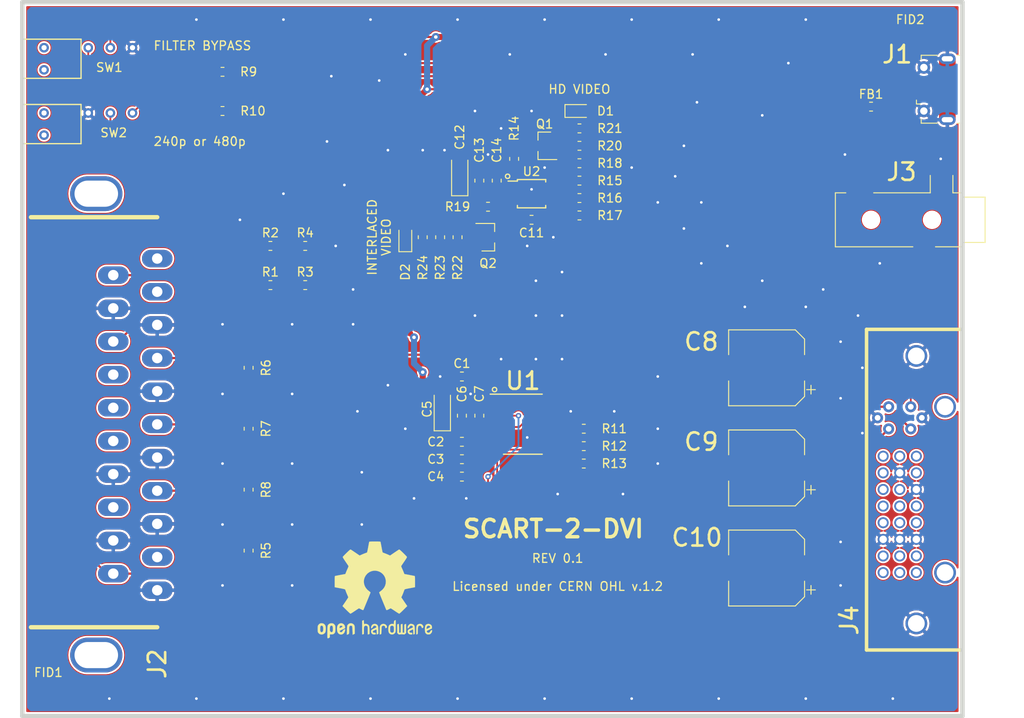
<source format=kicad_pcb>
(kicad_pcb (version 20171130) (host pcbnew "(5.1.0)-1")
  (title_block (date 2019-03-19) (rev 0.1))
  (layers (0 F.Cu signal) (31 B.Cu signal) (35 F.Paste user) (37 F.SilkS user) (39 F.Mask user) (44 Edge.Cuts user))
  (net 0 "")
  (net 1 "Net-(C10-Pad2)")
  (net 2 /VIDEO_AMP/SF3_OUT)
  (net 3 GND)
  (net 4 /SYNC_STRIP/REXT)
  (net 5 /SCART_GREEN)
  (net 6 /SCART_CVID)
  (net 7 /SCART_BLUE)
  (net 8 /SCART_RED)
  (net 9 +5V)
  (net 10 /VIDEO_AMP/SF2_IN)
  (net 11 /VIDEO_AMP/SF3_IN)
  (net 12 "Net-(C8-Pad2)")
  (net 13 /VIDEO_AMP/SF1_OUT)
  (net 14 /VIDEO_AMP/SF2_OUT)
  (net 15 "Net-(C9-Pad2)")
  (net 16 /DVI_CSYNC)
  (net 17 /SYNC_STRIP/CSOUT)
  (net 18 /SYNC_STRIP/VSOUT)
  (net 19 /SYNC_STRIP/HSOUT)
  (net 20 /SYNC_STRIP/OEOUT)
  (net 21 "Net-(Q1-Pad1)")
  (net 22 "Net-(Q2-Pad1)")
  (net 23 /SYNC_STRIP/HD)
  (net 24 "Net-(D1-Pad2)")
  (net 25 "Net-(D2-Pad1)")
  (net 26 "Net-(D2-Pad2)")
  (net 27 "Net-(D1-Pad1)")
  (net 28 /HD_FLAG)
  (net 29 /VIDEO_AMP/SD1_IN)
  (net 30 /VIDEO_AMP/FILTER2)
  (net 31 /VIDEO_AMP/SF1_IN)
  (net 32 /VIDEO_AMP/BYPASS)
  (net 33 "Net-(U1-Pad15)")
  (net 34 "Net-(U1-Pad17)")
  (net 35 "Net-(U1-Pad18)")
  (net 36 "Net-(U1-Pad19)")
  (net 37 /COMPOSITE_VIDEO)
  (net 38 /SYNC_STRIP/VIN)
  (net 39 "Net-(J4-Pad4)")
  (net 40 "Net-(J4-Pad9)")
  (net 41 "Net-(J4-Pad12)")
  (net 42 /DVI_BLUE)
  (net 43 /DVI_RED)
  (net 44 /DVI_GREEN)
  (net 45 "Net-(J1-Pad3)")
  (net 46 /SCART_AUDIO_R)
  (net 47 /SCART_AUDIO_L)
  (net 48 "Net-(J4-Pad1)")
  (net 49 "Net-(J4-Pad2)")
  (net 50 "Net-(J4-Pad5)")
  (net 51 "Net-(J4-Pad6)")
  (net 52 "Net-(J4-Pad7)")
  (net 53 "Net-(J4-Pad10)")
  (net 54 "Net-(J4-Pad13)")
  (net 55 "Net-(J4-Pad14)")
  (net 56 "Net-(J4-Pad16)")
  (net 57 "Net-(J4-Pad17)")
  (net 58 "Net-(J4-Pad18)")
  (net 59 "Net-(J4-Pad20)")
  (net 60 "Net-(J4-Pad21)")
  (net 61 "Net-(J4-Pad23)")
  (net 62 "Net-(J4-Pad24)")
  (net 63 /SYNC_STRIP/VSYNC)
  (net 64 /AUDIO_L_OUT)
  (net 65 /AUDIO_R_OUT)
  (net 66 /SYNC_STRIP/HSYNC)
  (net 67 "Net-(U2-Pad9)")
  (net 68 /VBUS)
  (net 69 "Net-(J4-Pad8)")
  (net 70 "Net-(R9-Pad2)")
  (net 71 "Net-(R10-Pad2)")
  (net 72 "Net-(R20-Pad2)")
  (net 73 "Net-(R23-Pad2)")
  (net 74 "Net-(J1-Pad4)")
  (net 75 "Net-(J1-Pad2)")
  (net 76 "Net-(J2-Pad1)")
  (net 77 "Net-(J2-Pad3)")
  (net 78 "Net-(J2-Pad8)")
  (net 79 "Net-(J2-Pad10)")
  (net 80 "Net-(J2-Pad12)")
  (net 81 "Net-(J2-Pad16)")
  (net 82 "Net-(J2-Pad19)")
  (module Symbol:OSHW-Logo2_14.6x12mm_SilkScreen (layer F.Cu) (at 140.5 125.5)
    (fp_text reference LOGO1 hide)
    (fp_text value Logo_Open_Hardware_Small hide)
  )
  (module Fiducial:Fiducial_1mm_Mask2mm (layer F.Cu) (at 205 61)
    (fp_text reference FID2 (at -3 -1) (layer F.SilkS))
    (fp_text value Fiducial)
    (pad "" smd circle (at 0 0) (size 1 1) (layers F.Cu F.Mask) (clearance 0.5))
  )
  (module Fiducial:Fiducial_1mm_Mask2mm (layer F.Cu) (at 103 137)
    (fp_text reference FID1 (at 0 -2) (layer F.SilkS))
    (fp_text value Fiducial)
    (pad "" smd circle (at 0 0) (size 1 1) (layers F.Cu F.Mask) (clearance 0.5))
  )
  (module Capacitor_Tantalum_SMD:CP_EIA-3216-18_Kemet-A_Pad1.58x1.35mm_HandSolder (layer F.Cu) (at 150.25 77.75 90)
    (fp_text reference C12 (at 4.25 0 90) (layer F.SilkS))
    (fp_text value 10uF)
    (pad 2 smd roundrect (at 1.4375 0 90) (size 1.575 1.35) (layers F.Cu F.Paste F.Mask) (roundrect_rratio 0.185185) (net 3 GND))
    (pad 1 smd roundrect (at -1.4375 0 90) (size 1.575 1.35) (layers F.Cu F.Paste F.Mask) (roundrect_rratio 0.185185) (net 9 +5V))
  )
  (module Capacitor_Tantalum_SMD:CP_EIA-3216-18_Kemet-A_Pad1.58x1.35mm_HandSolder (layer F.Cu) (at 148.25 104.75 90)
    (fp_text reference C5 (at 0 -1.75 90) (layer F.SilkS))
    (fp_text value 10uF)
    (pad 2 smd roundrect (at 1.4375 0 90) (size 1.575 1.35) (layers F.Cu F.Paste F.Mask) (roundrect_rratio 0.185185) (net 3 GND))
    (pad 1 smd roundrect (at -1.4375 0 90) (size 1.575 1.35) (layers F.Cu F.Paste F.Mask) (roundrect_rratio 0.185185) (net 9 +5V))
  )
  (module 100:SW_NKK_GW12RCV (layer F.Cu) (at 102.5 72 270)
    (fp_text reference SW2 (at 1 -8) (layer F.SilkS))
    (fp_text value SW_SPDT)
    (pad S1 thru_hole circle (at 1.27 0 270) (size 1.1 1.1) (drill 0.6) (layers *.Cu *.Mask))
    (pad S2 thru_hole circle (at -1.27 0 270) (size 1.1 1.1) (drill 0.6) (layers *.Cu *.Mask))
    (pad 1 thru_hole circle (at -1.27 -10.16 270) (size 1.1 1.1) (drill 0.6) (layers *.Cu *.Mask) (net 71 "Net-(R10-Pad2)"))
    (pad 2 thru_hole circle (at -1.27 -7.62 270) (size 1.1 1.1) (drill 0.6) (layers *.Cu *.Mask) (net 30 /VIDEO_AMP/FILTER2))
    (pad 3 thru_hole circle (at -1.27 -5.08 270) (size 1.1 1.1) (drill 0.6) (layers *.Cu *.Mask) (net 3 GND))
  )
  (module 100:SW_NKK_GW12RCV (layer F.Cu) (at 102.5 64.5 270)
    (fp_text reference SW1 (at 1 -7.5) (layer F.SilkS))
    (fp_text value SW_SPDT)
    (pad S1 thru_hole circle (at 1.27 0 270) (size 1.1 1.1) (drill 0.6) (layers *.Cu *.Mask))
    (pad S2 thru_hole circle (at -1.27 0 270) (size 1.1 1.1) (drill 0.6) (layers *.Cu *.Mask))
    (pad 1 thru_hole circle (at -1.27 -10.16 270) (size 1.1 1.1) (drill 0.6) (layers *.Cu *.Mask) (net 3 GND))
    (pad 2 thru_hole circle (at -1.27 -7.62 270) (size 1.1 1.1) (drill 0.6) (layers *.Cu *.Mask) (net 32 /VIDEO_AMP/BYPASS))
    (pad 3 thru_hole circle (at -1.27 -5.08 270) (size 1.1 1.1) (drill 0.6) (layers *.Cu *.Mask) (net 70 "Net-(R9-Pad2)"))
  )
  (module Connector_Audio:Jack_3.5mm_CUI_SJ-3523-SMT_Horizontal (layer F.Cu) (at 202 83 270)
    (fp_text reference J3 (at -5.5 1) (layer F.SilkS) (effects (font (size 2 2) (thickness 0.3))))
    (fp_text value SJ-3523-SMT-TR)
    (pad "" np_thru_hole circle (at 0 4.5 270) (size 1.7 1.7) (drill 1.7) (layers *.Cu *.Mask))
    (pad "" np_thru_hole circle (at 0 -2.5 270) (size 1.7 1.7) (drill 1.7) (layers *.Cu *.Mask))
    (pad T smd rect (at -3.7 5.8 270) (size 2.8 2.8) (layers F.Cu F.Paste F.Mask) (net 64 /AUDIO_L_OUT))
    (pad S smd rect (at -3.7 -3.6 270) (size 2.8 2.2) (layers F.Cu F.Paste F.Mask) (net 3 GND))
    (pad R smd rect (at 3.7 -1.6 270) (size 2.8 2.2) (layers F.Cu F.Paste F.Mask) (net 65 /AUDIO_R_OUT))
  )
  (module Connector_USB:USB_Micro-B_Molex-105017-0001 (layer F.Cu) (at 205.025 68 90)
    (fp_text reference J1 (at 4 -4.525 180) (layer F.SilkS) (effects (font (size 2 2) (thickness 0.3))))
    (fp_text value "Micro USB")
    (pad 6 smd rect (at -2.9 1.2375 90) (size 1.2 1.9) (layers F.Cu F.Mask) (net 3 GND))
    (pad 6 smd rect (at 2.9 1.2375 90) (size 1.2 1.9) (layers F.Cu F.Mask) (net 3 GND))
    (pad 6 thru_hole oval (at 3.5 1.2375 90) (size 1.2 1.9) (drill oval 0.6 1.3) (layers *.Cu *.Mask) (net 3 GND))
    (pad 6 thru_hole oval (at -3.5 1.2375 270) (size 1.2 1.9) (drill oval 0.6 1.3) (layers *.Cu *.Mask) (net 3 GND))
    (pad 6 smd rect (at -1 1.2375 90) (size 1.5 1.9) (layers F.Cu F.Paste F.Mask) (net 3 GND))
    (pad 6 thru_hole circle (at 2.5 -1.4625 90) (size 1.45 1.45) (drill 0.85) (layers *.Cu *.Mask) (net 3 GND))
    (pad 3 smd rect (at 0 -1.4625 90) (size 0.4 1.35) (layers F.Cu F.Paste F.Mask) (net 45 "Net-(J1-Pad3)"))
    (pad 4 smd rect (at 0.65 -1.4625 90) (size 0.4 1.35) (layers F.Cu F.Paste F.Mask) (net 74 "Net-(J1-Pad4)"))
    (pad 5 smd rect (at 1.3 -1.4625 90) (size 0.4 1.35) (layers F.Cu F.Paste F.Mask) (net 3 GND))
    (pad 1 smd rect (at -1.3 -1.4625 90) (size 0.4 1.35) (layers F.Cu F.Paste F.Mask) (net 68 /VBUS))
    (pad 2 smd rect (at -0.65 -1.4625 90) (size 0.4 1.35) (layers F.Cu F.Paste F.Mask) (net 75 "Net-(J1-Pad2)"))
    (pad 6 thru_hole circle (at -2.5 -1.4625 90) (size 1.45 1.45) (drill 0.85) (layers *.Cu *.Mask) (net 3 GND))
    (pad 6 smd rect (at 1 1.2375 90) (size 1.5 1.9) (layers F.Cu F.Paste F.Mask) (net 3 GND))
  )
  (module 100:SCART-CS-107 (layer F.Cu) (at 100 106.5 90)
    (fp_text reference J2 (at -27.5 15.5 90) (layer F.SilkS) (effects (font (size 2 2) (thickness 0.3))))
    (fp_text value SCART-F)
    (pad 1 thru_hole oval (at 19.05 15.5 270) (size 2 3.5) (drill 1.2) (layers *.Cu *.Mask) (net 76 "Net-(J2-Pad1)"))
    (pad 2 thru_hole oval (at 17.145 10.45 270) (size 2 3.5) (drill 1.2) (layers *.Cu *.Mask) (net 46 /SCART_AUDIO_R))
    (pad 3 thru_hole oval (at 15.24 15.5 270) (size 2 3.5) (drill 1.2) (layers *.Cu *.Mask) (net 77 "Net-(J2-Pad3)"))
    (pad 4 thru_hole oval (at 13.335 10.45 270) (size 2 3.5) (drill 1.2) (layers *.Cu *.Mask) (net 3 GND))
    (pad 5 thru_hole oval (at 11.43 15.5 270) (size 2 3.5) (drill 1.2) (layers *.Cu *.Mask) (net 3 GND))
    (pad 6 thru_hole oval (at 9.525 10.45 270) (size 2 3.5) (drill 1.2) (layers *.Cu *.Mask) (net 47 /SCART_AUDIO_L))
    (pad 7 thru_hole oval (at 7.62 15.5 270) (size 2 3.5) (drill 1.2) (layers *.Cu *.Mask) (net 7 /SCART_BLUE))
    (pad 8 thru_hole oval (at 5.715 10.45 270) (size 2 3.5) (drill 1.2) (layers *.Cu *.Mask) (net 78 "Net-(J2-Pad8)"))
    (pad 9 thru_hole oval (at 3.81 15.5 270) (size 2 3.5) (drill 1.2) (layers *.Cu *.Mask) (net 3 GND))
    (pad 10 thru_hole oval (at 1.905 10.45 270) (size 2 3.5) (drill 1.2) (layers *.Cu *.Mask) (net 79 "Net-(J2-Pad10)"))
    (pad 11 thru_hole oval (at 0 15.5 270) (size 2 3.5) (drill 1.2) (layers *.Cu *.Mask) (net 5 /SCART_GREEN))
    (pad 12 thru_hole oval (at -1.905 10.45 270) (size 2 3.5) (drill 1.2) (layers *.Cu *.Mask) (net 80 "Net-(J2-Pad12)"))
    (pad 13 thru_hole oval (at -3.81 15.5 270) (size 2 3.5) (drill 1.2) (layers *.Cu *.Mask) (net 3 GND))
    (pad 14 thru_hole oval (at -5.715 10.45 270) (size 2 3.5) (drill 1.2) (layers *.Cu *.Mask) (net 3 GND))
    (pad 15 thru_hole oval (at -7.62 15.5 270) (size 2 3.5) (drill 1.2) (layers *.Cu *.Mask) (net 8 /SCART_RED))
    (pad 16 thru_hole oval (at -9.525 10.45 270) (size 2 3.5) (drill 1.2) (layers *.Cu *.Mask) (net 81 "Net-(J2-Pad16)"))
    (pad 17 thru_hole oval (at -11.43 15.5 270) (size 2 3.5) (drill 1.2) (layers *.Cu *.Mask) (net 3 GND))
    (pad 18 thru_hole oval (at -13.335 10.45 270) (size 2 3.5) (drill 1.2) (layers *.Cu *.Mask) (net 3 GND))
    (pad 19 thru_hole oval (at -15.24 15.5 270) (size 2 3.5) (drill 1.2) (layers *.Cu *.Mask) (net 82 "Net-(J2-Pad19)"))
    (pad 20 thru_hole oval (at -17.145 10.45 270) (size 2 3.5) (drill 1.2) (layers *.Cu *.Mask) (net 6 /SCART_CVID))
    (pad 21 thru_hole oval (at -19.05 15.5 270) (size 2 3.5) (drill 1.2) (layers *.Cu *.Mask) (net 3 GND))
    (pad "" np_thru_hole oval (at 26.5 8.5 90) (size 4 6) (drill oval 3 5) (layers *.Cu *.Mask))
    (pad "" np_thru_hole oval (at -26.5 8.5 90) (size 4 6) (drill oval 3 5) (layers *.Cu *.Mask))
  )
  (module Resistor_SMD:R_0603_1608Metric_Pad1.05x0.95mm_HandSolder (layer F.Cu) (at 146 85 90)
    (fp_text reference R24 (at -3.5 0 90) (layer F.SilkS))
    (fp_text value 75R)
    (pad 2 smd roundrect (at 0.875 0 90) (size 1.05 0.95) (layers F.Cu F.Paste F.Mask) (net 26 "Net-(D2-Pad2)"))
    (pad 1 smd roundrect (at -0.875 0 90) (size 1.05 0.95) (layers F.Cu F.Paste F.Mask) (net 73 "Net-(R23-Pad2)"))
  )
  (module Resistor_SMD:R_0603_1608Metric_Pad1.05x0.95mm_HandSolder (layer F.Cu) (at 148 85 270)
    (fp_text reference R23 (at 3.5 0 270) (layer F.SilkS))
    (fp_text value 75R)
    (pad 1 smd roundrect (at -0.875 0 270) (size 1.05 0.95) (layers F.Cu F.Paste F.Mask) (net 9 +5V))
    (pad 2 smd roundrect (at 0.875 0 270) (size 1.05 0.95) (layers F.Cu F.Paste F.Mask) (net 73 "Net-(R23-Pad2)"))
  )
  (module 100:Connector-DVI-0743201004 (layer F.Cu) (at 206 114 90)
    (fp_text reference J4 (at -15 -11 90) (layer F.SilkS) (effects (font (size 2 2) (thickness 0.3))))
    (fp_text value 0743201004)
    (pad "" np_thru_hole circle (at -9.525 0 90) (size 2.5 2.5) (drill 1.93) (layers *.Cu *.Mask))
    (pad "" np_thru_hole circle (at 9.525 0 90) (size 2.5 2.5) (drill 1.93) (layers *.Cu *.Mask))
    (pad S1 thru_hole circle (at -15.365 -3.3 90) (size 2.5 2.5) (drill 1.93) (layers *.Cu *.Mask) (net 3 GND))
    (pad S2 thru_hole circle (at 15.365 -3.3 90) (size 2.5 2.5) (drill 1.93) (layers *.Cu *.Mask) (net 3 GND))
    (pad 1 thru_hole circle (at -9.525 -7.11 90) (size 1.26 1.26) (drill 0.86) (layers *.Cu *.Mask) (net 48 "Net-(J4-Pad1)"))
    (pad 2 thru_hole circle (at -7.615 -7.11 90) (size 1.26 1.26) (drill 0.86) (layers *.Cu *.Mask) (net 49 "Net-(J4-Pad2)"))
    (pad 3 thru_hole circle (at -5.705 -7.11 90) (size 1.26 1.26) (drill 0.86) (layers *.Cu *.Mask) (net 3 GND))
    (pad 4 thru_hole circle (at -3.795 -7.11 90) (size 1.26 1.26) (drill 0.86) (layers *.Cu *.Mask) (net 39 "Net-(J4-Pad4)"))
    (pad 5 thru_hole circle (at -1.885 -7.11 90) (size 1.26 1.26) (drill 0.86) (layers *.Cu *.Mask) (net 50 "Net-(J4-Pad5)"))
    (pad 6 thru_hole circle (at 0.025 -7.11 90) (size 1.26 1.26) (drill 0.86) (layers *.Cu *.Mask) (net 51 "Net-(J4-Pad6)"))
    (pad 7 thru_hole circle (at 1.935 -7.11 90) (size 1.26 1.26) (drill 0.86) (layers *.Cu *.Mask) (net 52 "Net-(J4-Pad7)"))
    (pad 8 thru_hole circle (at 3.845 -7.11 90) (size 1.26 1.26) (drill 0.86) (layers *.Cu *.Mask) (net 69 "Net-(J4-Pad8)"))
    (pad 9 thru_hole circle (at -9.525 -5.205 90) (size 1.26 1.26) (drill 0.86) (layers *.Cu *.Mask) (net 40 "Net-(J4-Pad9)"))
    (pad 10 thru_hole circle (at -7.615 -5.205 90) (size 1.26 1.26) (drill 0.86) (layers *.Cu *.Mask) (net 53 "Net-(J4-Pad10)"))
    (pad 11 thru_hole circle (at -5.705 -5.205 90) (size 1.26 1.26) (drill 0.86) (layers *.Cu *.Mask) (net 3 GND))
    (pad 12 thru_hole circle (at -3.795 -5.205 90) (size 1.26 1.26) (drill 0.86) (layers *.Cu *.Mask) (net 41 "Net-(J4-Pad12)"))
    (pad 13 thru_hole circle (at -1.885 -5.205 90) (size 1.26 1.26) (drill 0.86) (layers *.Cu *.Mask) (net 54 "Net-(J4-Pad13)"))
    (pad 14 thru_hole circle (at 0.025 -5.205 90) (size 1.26 1.26) (drill 0.86) (layers *.Cu *.Mask) (net 55 "Net-(J4-Pad14)"))
    (pad 15 thru_hole circle (at 1.935 -5.205 90) (size 1.26 1.26) (drill 0.86) (layers *.Cu *.Mask) (net 3 GND))
    (pad 16 thru_hole circle (at 3.845 -5.205 90) (size 1.26 1.26) (drill 0.86) (layers *.Cu *.Mask) (net 56 "Net-(J4-Pad16)"))
    (pad 17 thru_hole circle (at -9.525 -3.3 90) (size 1.26 1.26) (drill 0.86) (layers *.Cu *.Mask) (net 57 "Net-(J4-Pad17)"))
    (pad 18 thru_hole circle (at -7.615 -3.3 90) (size 1.26 1.26) (drill 0.86) (layers *.Cu *.Mask) (net 58 "Net-(J4-Pad18)"))
    (pad 19 thru_hole circle (at -5.705 -3.3 90) (size 1.26 1.26) (drill 0.86) (layers *.Cu *.Mask) (net 3 GND))
    (pad 20 thru_hole circle (at -3.795 -3.3 90) (size 1.26 1.26) (drill 0.86) (layers *.Cu *.Mask) (net 59 "Net-(J4-Pad20)"))
    (pad 21 thru_hole circle (at -1.885 -3.3 90) (size 1.26 1.26) (drill 0.86) (layers *.Cu *.Mask) (net 60 "Net-(J4-Pad21)"))
    (pad 22 thru_hole circle (at 0.025 -3.3 90) (size 1.26 1.26) (drill 0.86) (layers *.Cu *.Mask) (net 3 GND))
    (pad 23 thru_hole circle (at 1.935 -3.3 90) (size 1.26 1.26) (drill 0.86) (layers *.Cu *.Mask) (net 61 "Net-(J4-Pad23)"))
    (pad 24 thru_hole circle (at 3.845 -3.3 90) (size 1.26 1.26) (drill 0.86) (layers *.Cu *.Mask) (net 62 "Net-(J4-Pad24)"))
    (pad C5 thru_hole circle (at 8.255 -2.67 90) (size 1.26 1.26) (drill 0.66) (layers *.Cu *.Mask) (net 3 GND))
    (pad C4 thru_hole circle (at 9.525 -3.94 90) (size 1.26 1.26) (drill 0.66) (layers *.Cu *.Mask) (net 16 /DVI_CSYNC))
    (pad C3 thru_hole circle (at 6.985 -3.94 90) (size 1.26 1.26) (drill 0.66) (layers *.Cu *.Mask) (net 42 /DVI_BLUE))
    (pad C5 thru_hole circle (at 8.255 -7.75 90) (size 1.26 1.26) (drill 0.66) (layers *.Cu *.Mask) (net 3 GND))
    (pad C1 thru_hole circle (at 6.985 -6.48 90) (size 1.26 1.26) (drill 0.66) (layers *.Cu *.Mask) (net 43 /DVI_RED))
    (pad C2 thru_hole circle (at 9.525 -6.48 90) (size 1.26 1.26) (drill 0.66) (layers *.Cu *.Mask) (net 44 /DVI_GREEN))
  )
  (module Capacitor_SMD:CP_Elec_8x10.5 (layer F.Cu) (at 185.5 111.5 180)
    (fp_text reference C9 (at 7.5 3 180) (layer F.SilkS) (effects (font (size 2 2) (thickness 0.3))))
    (fp_text value 470uF)
    (pad 1 smd roundrect (at -3.7 0 180) (size 4.4 2.5) (layers F.Cu F.Paste F.Mask) (roundrect_rratio 0.1) (net 44 /DVI_GREEN))
    (pad 2 smd roundrect (at 3.7 0 180) (size 4.4 2.5) (layers F.Cu F.Paste F.Mask) (roundrect_rratio 0.1) (net 15 "Net-(C9-Pad2)"))
  )
  (module Capacitor_SMD:CP_Elec_8x10.5 (layer F.Cu) (at 185.5 100 180)
    (fp_text reference C8 (at 7.5 3 180) (layer F.SilkS) (effects (font (size 2 2) (thickness 0.3))))
    (fp_text value 470uF)
    (pad 2 smd roundrect (at 3.7 0 180) (size 4.4 2.5) (layers F.Cu F.Paste F.Mask) (roundrect_rratio 0.1) (net 12 "Net-(C8-Pad2)"))
    (pad 1 smd roundrect (at -3.7 0 180) (size 4.4 2.5) (layers F.Cu F.Paste F.Mask) (roundrect_rratio 0.1) (net 42 /DVI_BLUE))
  )
  (module Capacitor_SMD:CP_Elec_8x10.5 (layer F.Cu) (at 185.5 123 180)
    (fp_text reference C10 (at 8 3.5 180) (layer F.SilkS) (effects (font (size 2 2) (thickness 0.3))))
    (fp_text value 470uF)
    (pad 1 smd roundrect (at -3.7 0 180) (size 4.4 2.5) (layers F.Cu F.Paste F.Mask) (roundrect_rratio 0.1) (net 43 /DVI_RED))
    (pad 2 smd roundrect (at 3.7 0 180) (size 4.4 2.5) (layers F.Cu F.Paste F.Mask) (roundrect_rratio 0.1) (net 1 "Net-(C10-Pad2)"))
  )
  (module Capacitor_SMD:C_0603_1608Metric_Pad1.05x0.95mm_HandSolder (layer F.Cu) (at 158.5 83)
    (fp_text reference C11 (at 0 1.5) (layer F.SilkS))
    (fp_text value 100nF)
    (pad 2 smd roundrect (at 0.875 0) (size 1.05 0.95) (layers F.Cu F.Paste F.Mask) (net 37 /COMPOSITE_VIDEO))
    (pad 1 smd roundrect (at -0.875 0) (size 1.05 0.95) (layers F.Cu F.Paste F.Mask) (net 38 /SYNC_STRIP/VIN))
  )
  (module Capacitor_SMD:C_0603_1608Metric_Pad1.05x0.95mm_HandSolder (layer F.Cu) (at 152.5 78.5 90)
    (fp_text reference C13 (at 3.5 0 90) (layer F.SilkS))
    (fp_text value 100nF)
    (pad 1 smd roundrect (at -0.875 0 90) (size 1.05 0.95) (layers F.Cu F.Paste F.Mask) (net 9 +5V))
    (pad 2 smd roundrect (at 0.875 0 90) (size 1.05 0.95) (layers F.Cu F.Paste F.Mask) (net 3 GND))
  )
  (module Resistor_SMD:R_0603_1608Metric_Pad1.05x0.95mm_HandSolder (layer F.Cu) (at 164.5 107 180)
    (fp_text reference R11 (at -3.5 0 180) (layer F.SilkS))
    (fp_text value 100R)
    (pad 1 smd roundrect (at -0.875 0 180) (size 1.05 0.95) (layers F.Cu F.Paste F.Mask) (net 12 "Net-(C8-Pad2)"))
    (pad 2 smd roundrect (at 0.875 0 180) (size 1.05 0.95) (layers F.Cu F.Paste F.Mask) (net 13 /VIDEO_AMP/SF1_OUT))
  )
  (module Resistor_SMD:R_0603_1608Metric_Pad1.05x0.95mm_HandSolder (layer F.Cu) (at 123 66 180)
    (fp_text reference R9 (at -3 0 180) (layer F.SilkS))
    (fp_text value 10K)
    (pad 2 smd roundrect (at 0.875 0 180) (size 1.05 0.95) (layers F.Cu F.Paste F.Mask) (net 70 "Net-(R9-Pad2)"))
    (pad 1 smd roundrect (at -0.875 0 180) (size 1.05 0.95) (layers F.Cu F.Paste F.Mask) (net 9 +5V))
  )
  (module Resistor_SMD:R_0603_1608Metric_Pad1.05x0.95mm_HandSolder (layer F.Cu) (at 123 70.5 180)
    (fp_text reference R10 (at -3.5 0 180) (layer F.SilkS))
    (fp_text value 10K)
    (pad 1 smd roundrect (at -0.875 0 180) (size 1.05 0.95) (layers F.Cu F.Paste F.Mask) (net 9 +5V))
    (pad 2 smd roundrect (at 0.875 0 180) (size 1.05 0.95) (layers F.Cu F.Paste F.Mask) (net 71 "Net-(R10-Pad2)"))
  )
  (module Capacitor_SMD:C_0603_1608Metric_Pad1.05x0.95mm_HandSolder (layer F.Cu) (at 150.5 105.5 90)
    (fp_text reference C6 (at 2.5 0 90) (layer F.SilkS))
    (fp_text value 100nF)
    (pad 2 smd roundrect (at 0.875 0 90) (size 1.05 0.95) (layers F.Cu F.Paste F.Mask) (net 3 GND))
    (pad 1 smd roundrect (at -0.875 0 90) (size 1.05 0.95) (layers F.Cu F.Paste F.Mask) (net 9 +5V))
  )
  (module Capacitor_SMD:C_0603_1608Metric_Pad1.05x0.95mm_HandSolder (layer F.Cu) (at 150.5 101 180)
    (fp_text reference C1 (at 0 1.5 180) (layer F.SilkS))
    (fp_text value 100nF)
    (pad 1 smd roundrect (at -0.875 0 180) (size 1.05 0.95) (layers F.Cu F.Paste F.Mask) (net 29 /VIDEO_AMP/SD1_IN))
    (pad 2 smd roundrect (at 0.875 0 180) (size 1.05 0.95) (layers F.Cu F.Paste F.Mask) (net 6 /SCART_CVID))
  )
  (module Capacitor_SMD:C_0603_1608Metric_Pad1.05x0.95mm_HandSolder (layer F.Cu) (at 152.5 105.5 90)
    (fp_text reference C7 (at 2.5 0 90) (layer F.SilkS))
    (fp_text value 10nF)
    (pad 1 smd roundrect (at -0.875 0 90) (size 1.05 0.95) (layers F.Cu F.Paste F.Mask) (net 9 +5V))
    (pad 2 smd roundrect (at 0.875 0 90) (size 1.05 0.95) (layers F.Cu F.Paste F.Mask) (net 3 GND))
  )
  (module Capacitor_SMD:C_0603_1608Metric_Pad1.05x0.95mm_HandSolder (layer F.Cu) (at 154.5 78.5 90)
    (fp_text reference C14 (at 3.5 0 90) (layer F.SilkS))
    (fp_text value 10nF)
    (pad 1 smd roundrect (at -0.875 0 90) (size 1.05 0.95) (layers F.Cu F.Paste F.Mask) (net 9 +5V))
    (pad 2 smd roundrect (at 0.875 0 90) (size 1.05 0.95) (layers F.Cu F.Paste F.Mask) (net 3 GND))
  )
  (module Capacitor_SMD:C_0603_1608Metric_Pad1.05x0.95mm_HandSolder (layer F.Cu) (at 150.5 112.5 180)
    (fp_text reference C4 (at 3 0 180) (layer F.SilkS))
    (fp_text value 100nF)
    (pad 2 smd roundrect (at 0.875 0 180) (size 1.05 0.95) (layers F.Cu F.Paste F.Mask) (net 8 /SCART_RED))
    (pad 1 smd roundrect (at -0.875 0 180) (size 1.05 0.95) (layers F.Cu F.Paste F.Mask) (net 11 /VIDEO_AMP/SF3_IN))
  )
  (module Capacitor_SMD:C_0603_1608Metric_Pad1.05x0.95mm_HandSolder (layer F.Cu) (at 150.5 110.5 180)
    (fp_text reference C3 (at 3 0 180) (layer F.SilkS))
    (fp_text value 100nF)
    (pad 1 smd roundrect (at -0.875 0 180) (size 1.05 0.95) (layers F.Cu F.Paste F.Mask) (net 10 /VIDEO_AMP/SF2_IN))
    (pad 2 smd roundrect (at 0.875 0 180) (size 1.05 0.95) (layers F.Cu F.Paste F.Mask) (net 5 /SCART_GREEN))
  )
  (module Capacitor_SMD:C_0603_1608Metric_Pad1.05x0.95mm_HandSolder (layer F.Cu) (at 150.5 108.5 180)
    (fp_text reference C2 (at 3 0 180) (layer F.SilkS))
    (fp_text value 100nF)
    (pad 2 smd roundrect (at 0.875 0 180) (size 1.05 0.95) (layers F.Cu F.Paste F.Mask) (net 7 /SCART_BLUE))
    (pad 1 smd roundrect (at -0.875 0 180) (size 1.05 0.95) (layers F.Cu F.Paste F.Mask) (net 31 /VIDEO_AMP/SF1_IN))
  )
  (module Inductor_SMD:L_0603_1608Metric_Pad1.05x0.95mm_HandSolder (layer F.Cu) (at 197.5 70)
    (fp_text reference FB1 (at 0 -1.43) (layer F.SilkS))
    (fp_text value MPZ1608S221ATA00)
    (pad 1 smd roundrect (at -0.875 0) (size 1.05 0.95) (layers F.Cu F.Paste F.Mask) (net 9 +5V))
    (pad 2 smd roundrect (at 0.875 0) (size 1.05 0.95) (layers F.Cu F.Paste F.Mask) (net 68 /VBUS))
  )
  (module LED_SMD:LED_0603_1608Metric_Pad1.05x0.95mm_HandSolder (layer F.Cu) (at 164 70.5)
    (fp_text reference D1 (at 3 0) (layer F.SilkS))
    (fp_text value LED)
    (pad 2 smd roundrect (at 0.875 0) (size 1.05 0.95) (layers F.Cu F.Paste F.Mask) (net 24 "Net-(D1-Pad2)"))
    (pad 1 smd roundrect (at -0.875 0) (size 1.05 0.95) (layers F.Cu F.Paste F.Mask) (net 27 "Net-(D1-Pad1)"))
  )
  (module LED_SMD:LED_0603_1608Metric_Pad1.05x0.95mm_HandSolder (layer F.Cu) (at 144 85 90)
    (fp_text reference D2 (at -4 0 90) (layer F.SilkS))
    (fp_text value LED)
    (pad 1 smd roundrect (at -0.875 0 90) (size 1.05 0.95) (layers F.Cu F.Paste F.Mask) (net 25 "Net-(D2-Pad1)"))
    (pad 2 smd roundrect (at 0.875 0 90) (size 1.05 0.95) (layers F.Cu F.Paste F.Mask) (net 26 "Net-(D2-Pad2)"))
  )
  (module Package_SO:TSSOP-10_3x3mm_P0.5mm (layer F.Cu) (at 158.5 80)
    (fp_text reference U2 (at 0 -2.55) (layer F.SilkS))
    (fp_text value LMH1980)
    (pad 1 smd rect (at -2.15 -1) (size 1.1 0.25) (layers F.Cu F.Paste F.Mask) (net 4 /SYNC_STRIP/REXT))
    (pad 2 smd rect (at -2.15 -0.5) (size 1.1 0.25) (layers F.Cu F.Paste F.Mask) (net 3 GND))
    (pad 3 smd rect (at -2.15 0) (size 1.1 0.25) (layers F.Cu F.Paste F.Mask) (net 9 +5V))
    (pad 4 smd rect (at -2.15 0.5) (size 1.1 0.25) (layers F.Cu F.Paste F.Mask) (net 38 /SYNC_STRIP/VIN))
    (pad 5 smd rect (at -2.15 1) (size 1.1 0.25) (layers F.Cu F.Paste F.Mask) (net 23 /SYNC_STRIP/HD))
    (pad 6 smd rect (at 2.15 1) (size 1.1 0.25) (layers F.Cu F.Paste F.Mask) (net 19 /SYNC_STRIP/HSOUT))
    (pad 7 smd rect (at 2.15 0.5) (size 1.1 0.25) (layers F.Cu F.Paste F.Mask) (net 18 /SYNC_STRIP/VSOUT))
    (pad 8 smd rect (at 2.15 0) (size 1.1 0.25) (layers F.Cu F.Paste F.Mask) (net 17 /SYNC_STRIP/CSOUT))
    (pad 9 smd rect (at 2.15 -0.5) (size 1.1 0.25) (layers F.Cu F.Paste F.Mask) (net 67 "Net-(U2-Pad9)"))
    (pad 10 smd rect (at 2.15 -1) (size 1.1 0.25) (layers F.Cu F.Paste F.Mask) (net 20 /SYNC_STRIP/OEOUT))
  )
  (module Package_SO:TSSOP-20_4.4x6.5mm_P0.65mm (layer F.Cu) (at 157.5 106.475)
    (fp_text reference U1 (at 0 -4.975) (layer F.SilkS) (effects (font (size 2 2) (thickness 0.3))))
    (fp_text value THS7368)
    (pad 1 smd rect (at -2.95 -2.925) (size 1.45 0.45) (layers F.Cu F.Paste F.Mask) (net 29 /VIDEO_AMP/SD1_IN))
    (pad 2 smd rect (at -2.95 -2.275) (size 1.45 0.45) (layers F.Cu F.Paste F.Mask) (net 3 GND))
    (pad 3 smd rect (at -2.95 -1.625) (size 1.45 0.45) (layers F.Cu F.Paste F.Mask) (net 3 GND))
    (pad 4 smd rect (at -2.95 -0.975) (size 1.45 0.45) (layers F.Cu F.Paste F.Mask) (net 30 /VIDEO_AMP/FILTER2))
    (pad 5 smd rect (at -2.95 -0.325) (size 1.45 0.45) (layers F.Cu F.Paste F.Mask) (net 9 +5V))
    (pad 6 smd rect (at -2.95 0.325) (size 1.45 0.45) (layers F.Cu F.Paste F.Mask) (net 28 /HD_FLAG))
    (pad 7 smd rect (at -2.95 0.975) (size 1.45 0.45) (layers F.Cu F.Paste F.Mask) (net 31 /VIDEO_AMP/SF1_IN))
    (pad 8 smd rect (at -2.95 1.625) (size 1.45 0.45) (layers F.Cu F.Paste F.Mask) (net 10 /VIDEO_AMP/SF2_IN))
    (pad 9 smd rect (at -2.95 2.275) (size 1.45 0.45) (layers F.Cu F.Paste F.Mask) (net 11 /VIDEO_AMP/SF3_IN))
    (pad 10 smd rect (at -2.95 2.925) (size 1.45 0.45) (layers F.Cu F.Paste F.Mask) (net 32 /VIDEO_AMP/BYPASS))
    (pad 11 smd rect (at 2.95 2.925) (size 1.45 0.45) (layers F.Cu F.Paste F.Mask) (net 32 /VIDEO_AMP/BYPASS))
    (pad 12 smd rect (at 2.95 2.275) (size 1.45 0.45) (layers F.Cu F.Paste F.Mask) (net 2 /VIDEO_AMP/SF3_OUT))
    (pad 13 smd rect (at 2.95 1.625) (size 1.45 0.45) (layers F.Cu F.Paste F.Mask) (net 14 /VIDEO_AMP/SF2_OUT))
    (pad 14 smd rect (at 2.95 0.975) (size 1.45 0.45) (layers F.Cu F.Paste F.Mask) (net 13 /VIDEO_AMP/SF1_OUT))
    (pad 15 smd rect (at 2.95 0.325) (size 1.45 0.45) (layers F.Cu F.Paste F.Mask) (net 33 "Net-(U1-Pad15)"))
    (pad 16 smd rect (at 2.95 -0.325) (size 1.45 0.45) (layers F.Cu F.Paste F.Mask) (net 3 GND))
    (pad 17 smd rect (at 2.95 -0.975) (size 1.45 0.45) (layers F.Cu F.Paste F.Mask) (net 34 "Net-(U1-Pad17)"))
    (pad 18 smd rect (at 2.95 -1.625) (size 1.45 0.45) (layers F.Cu F.Paste F.Mask) (net 35 "Net-(U1-Pad18)"))
    (pad 19 smd rect (at 2.95 -2.275) (size 1.45 0.45) (layers F.Cu F.Paste F.Mask) (net 36 "Net-(U1-Pad19)"))
    (pad 20 smd rect (at 2.95 -2.925) (size 1.45 0.45) (layers F.Cu F.Paste F.Mask) (net 37 /COMPOSITE_VIDEO))
  )
  (module Package_TO_SOT_SMD:SOT-23 (layer F.Cu) (at 153.5 85)
    (fp_text reference Q2 (at 0 3) (layer F.SilkS))
    (fp_text value MMBT3906)
    (pad 3 smd rect (at 1 0) (size 0.9 0.8) (layers F.Cu F.Paste F.Mask) (net 28 /HD_FLAG))
    (pad 2 smd rect (at -1 0.95) (size 0.9 0.8) (layers F.Cu F.Paste F.Mask) (net 25 "Net-(D2-Pad1)"))
    (pad 1 smd rect (at -1 -0.95) (size 0.9 0.8) (layers F.Cu F.Paste F.Mask) (net 22 "Net-(Q2-Pad1)"))
  )
  (module Package_TO_SOT_SMD:SOT-23 (layer F.Cu) (at 160 74.5 180)
    (fp_text reference Q1 (at 0 2.5 180) (layer F.SilkS))
    (fp_text value MMBT3906)
    (pad 1 smd rect (at -1 -0.95 180) (size 0.9 0.8) (layers F.Cu F.Paste F.Mask) (net 21 "Net-(Q1-Pad1)"))
    (pad 2 smd rect (at -1 0.95 180) (size 0.9 0.8) (layers F.Cu F.Paste F.Mask) (net 27 "Net-(D1-Pad1)"))
    (pad 3 smd rect (at 1 0 180) (size 0.9 0.8) (layers F.Cu F.Paste F.Mask) (net 3 GND))
  )
  (module Resistor_SMD:R_0603_1608Metric_Pad1.05x0.95mm_HandSolder (layer F.Cu) (at 164.5 111 180)
    (fp_text reference R13 (at -3.5 0 180) (layer F.SilkS))
    (fp_text value 100R)
    (pad 1 smd roundrect (at -0.875 0 180) (size 1.05 0.95) (layers F.Cu F.Paste F.Mask) (net 1 "Net-(C10-Pad2)"))
    (pad 2 smd roundrect (at 0.875 0 180) (size 1.05 0.95) (layers F.Cu F.Paste F.Mask) (net 2 /VIDEO_AMP/SF3_OUT))
  )
  (module Resistor_SMD:R_0603_1608Metric_Pad1.05x0.95mm_HandSolder (layer F.Cu) (at 150 85 270)
    (fp_text reference R22 (at 3.5 0 270) (layer F.SilkS))
    (fp_text value 10K)
    (pad 1 smd roundrect (at -0.875 0 270) (size 1.05 0.95) (layers F.Cu F.Paste F.Mask) (net 9 +5V))
    (pad 2 smd roundrect (at 0.875 0 270) (size 1.05 0.95) (layers F.Cu F.Paste F.Mask) (net 25 "Net-(D2-Pad1)"))
  )
  (module Resistor_SMD:R_0603_1608Metric_Pad1.05x0.95mm_HandSolder (layer F.Cu) (at 164 72.5)
    (fp_text reference R21 (at 3.5 0) (layer F.SilkS))
    (fp_text value 75R)
    (pad 2 smd roundrect (at 0.875 0) (size 1.05 0.95) (layers F.Cu F.Paste F.Mask) (net 24 "Net-(D1-Pad2)"))
    (pad 1 smd roundrect (at -0.875 0) (size 1.05 0.95) (layers F.Cu F.Paste F.Mask) (net 72 "Net-(R20-Pad2)"))
  )
  (module Resistor_SMD:R_0603_1608Metric_Pad1.05x0.95mm_HandSolder (layer F.Cu) (at 164 74.5 180)
    (fp_text reference R20 (at -3.5 0 180) (layer F.SilkS))
    (fp_text value 75R)
    (pad 1 smd roundrect (at -0.875 0 180) (size 1.05 0.95) (layers F.Cu F.Paste F.Mask) (net 9 +5V))
    (pad 2 smd roundrect (at 0.875 0 180) (size 1.05 0.95) (layers F.Cu F.Paste F.Mask) (net 72 "Net-(R20-Pad2)"))
  )
  (module Resistor_SMD:R_0603_1608Metric_Pad1.05x0.95mm_HandSolder (layer F.Cu) (at 153.5 81.5)
    (fp_text reference R19 (at -3.5 0) (layer F.SilkS))
    (fp_text value 10K)
    (pad 2 smd roundrect (at 0.875 0) (size 1.05 0.95) (layers F.Cu F.Paste F.Mask) (net 23 /SYNC_STRIP/HD))
    (pad 1 smd roundrect (at -0.875 0) (size 1.05 0.95) (layers F.Cu F.Paste F.Mask) (net 22 "Net-(Q2-Pad1)"))
  )
  (module Resistor_SMD:R_0603_1608Metric_Pad1.05x0.95mm_HandSolder (layer F.Cu) (at 164 76.5 180)
    (fp_text reference R18 (at -3.5 0 180) (layer F.SilkS))
    (fp_text value 10K)
    (pad 1 smd roundrect (at -0.875 0 180) (size 1.05 0.95) (layers F.Cu F.Paste F.Mask) (net 21 "Net-(Q1-Pad1)"))
    (pad 2 smd roundrect (at 0.875 0 180) (size 1.05 0.95) (layers F.Cu F.Paste F.Mask) (net 20 /SYNC_STRIP/OEOUT))
  )
  (module Resistor_SMD:R_0603_1608Metric_Pad1.05x0.95mm_HandSolder (layer F.Cu) (at 164 82.5 180)
    (fp_text reference R17 (at -3.5 0 180) (layer F.SilkS))
    (fp_text value 100R)
    (pad 2 smd roundrect (at 0.875 0 180) (size 1.05 0.95) (layers F.Cu F.Paste F.Mask) (net 19 /SYNC_STRIP/HSOUT))
    (pad 1 smd roundrect (at -0.875 0 180) (size 1.05 0.95) (layers F.Cu F.Paste F.Mask) (net 66 /SYNC_STRIP/HSYNC))
  )
  (module Resistor_SMD:R_0603_1608Metric_Pad1.05x0.95mm_HandSolder (layer F.Cu) (at 164 80.5 180)
    (fp_text reference R16 (at -3.5 0 180) (layer F.SilkS))
    (fp_text value 100R)
    (pad 1 smd roundrect (at -0.875 0 180) (size 1.05 0.95) (layers F.Cu F.Paste F.Mask) (net 63 /SYNC_STRIP/VSYNC))
    (pad 2 smd roundrect (at 0.875 0 180) (size 1.05 0.95) (layers F.Cu F.Paste F.Mask) (net 18 /SYNC_STRIP/VSOUT))
  )
  (module Resistor_SMD:R_0603_1608Metric_Pad1.05x0.95mm_HandSolder (layer F.Cu) (at 156.5 76 90)
    (fp_text reference R14 (at 3.5 0 90) (layer F.SilkS))
    (fp_text value 10K)
    (pad 2 smd roundrect (at 0.875 0 90) (size 1.05 0.95) (layers F.Cu F.Paste F.Mask) (net 3 GND))
    (pad 1 smd roundrect (at -0.875 0 90) (size 1.05 0.95) (layers F.Cu F.Paste F.Mask) (net 4 /SYNC_STRIP/REXT))
  )
  (module Resistor_SMD:R_0603_1608Metric_Pad1.05x0.95mm_HandSolder (layer F.Cu) (at 164.5 109 180)
    (fp_text reference R12 (at -3.5 0 180) (layer F.SilkS))
    (fp_text value 100R)
    (pad 1 smd roundrect (at -0.875 0 180) (size 1.05 0.95) (layers F.Cu F.Paste F.Mask) (net 15 "Net-(C9-Pad2)"))
    (pad 2 smd roundrect (at 0.875 0 180) (size 1.05 0.95) (layers F.Cu F.Paste F.Mask) (net 14 /VIDEO_AMP/SF2_OUT))
  )
  (module Resistor_SMD:R_0603_1608Metric_Pad1.05x0.95mm_HandSolder (layer F.Cu) (at 126 114 270)
    (fp_text reference R8 (at 0 -2 270) (layer F.SilkS))
    (fp_text value 75R)
    (pad 2 smd roundrect (at 0.875 0 270) (size 1.05 0.95) (layers F.Cu F.Paste F.Mask) (net 3 GND))
    (pad 1 smd roundrect (at -0.875 0 270) (size 1.05 0.95) (layers F.Cu F.Paste F.Mask) (net 8 /SCART_RED))
  )
  (module Resistor_SMD:R_0603_1608Metric_Pad1.05x0.95mm_HandSolder (layer F.Cu) (at 126 107 270)
    (fp_text reference R7 (at 0 -2 270) (layer F.SilkS))
    (fp_text value 75R)
    (pad 1 smd roundrect (at -0.875 0 270) (size 1.05 0.95) (layers F.Cu F.Paste F.Mask) (net 5 /SCART_GREEN))
    (pad 2 smd roundrect (at 0.875 0 270) (size 1.05 0.95) (layers F.Cu F.Paste F.Mask) (net 3 GND))
  )
  (module Resistor_SMD:R_0603_1608Metric_Pad1.05x0.95mm_HandSolder (layer F.Cu) (at 126 100 270)
    (fp_text reference R6 (at 0 -2 270) (layer F.SilkS))
    (fp_text value 75R)
    (pad 2 smd roundrect (at 0.875 0 270) (size 1.05 0.95) (layers F.Cu F.Paste F.Mask) (net 3 GND))
    (pad 1 smd roundrect (at -0.875 0 270) (size 1.05 0.95) (layers F.Cu F.Paste F.Mask) (net 7 /SCART_BLUE))
  )
  (module Resistor_SMD:R_0603_1608Metric_Pad1.05x0.95mm_HandSolder (layer F.Cu) (at 126 121 270)
    (fp_text reference R5 (at 0 -2 270) (layer F.SilkS))
    (fp_text value 75R)
    (pad 1 smd roundrect (at -0.875 0 270) (size 1.05 0.95) (layers F.Cu F.Paste F.Mask) (net 6 /SCART_CVID))
    (pad 2 smd roundrect (at 0.875 0 270) (size 1.05 0.95) (layers F.Cu F.Paste F.Mask) (net 3 GND))
  )
  (module Resistor_SMD:R_0603_1608Metric_Pad1.05x0.95mm_HandSolder (layer F.Cu) (at 132.5 86)
    (fp_text reference R4 (at 0 -1.5) (layer F.SilkS))
    (fp_text value 100R)
    (pad 2 smd roundrect (at 0.875 0) (size 1.05 0.95) (layers F.Cu F.Paste F.Mask) (net 3 GND))
    (pad 1 smd roundrect (at -0.875 0) (size 1.05 0.95) (layers F.Cu F.Paste F.Mask) (net 65 /AUDIO_R_OUT))
  )
  (module Resistor_SMD:R_0603_1608Metric_Pad1.05x0.95mm_HandSolder (layer F.Cu) (at 132.5 90.5)
    (fp_text reference R3 (at 0 -1.5) (layer F.SilkS))
    (fp_text value 100R)
    (pad 1 smd roundrect (at -0.875 0) (size 1.05 0.95) (layers F.Cu F.Paste F.Mask) (net 64 /AUDIO_L_OUT))
    (pad 2 smd roundrect (at 0.875 0) (size 1.05 0.95) (layers F.Cu F.Paste F.Mask) (net 3 GND))
  )
  (module Resistor_SMD:R_0603_1608Metric_Pad1.05x0.95mm_HandSolder (layer F.Cu) (at 128.5 90.5 180)
    (fp_text reference R1 (at 0 1.5 180) (layer F.SilkS))
    (fp_text value 100R)
    (pad 2 smd roundrect (at 0.875 0 180) (size 1.05 0.95) (layers F.Cu F.Paste F.Mask) (net 47 /SCART_AUDIO_L))
    (pad 1 smd roundrect (at -0.875 0 180) (size 1.05 0.95) (layers F.Cu F.Paste F.Mask) (net 64 /AUDIO_L_OUT))
  )
  (module Resistor_SMD:R_0603_1608Metric_Pad1.05x0.95mm_HandSolder (layer F.Cu) (at 128.5 86 180)
    (fp_text reference R2 (at 0 1.5 180) (layer F.SilkS))
    (fp_text value 100R)
    (pad 1 smd roundrect (at -0.875 0 180) (size 1.05 0.95) (layers F.Cu F.Paste F.Mask) (net 65 /AUDIO_R_OUT))
    (pad 2 smd roundrect (at 0.875 0 180) (size 1.05 0.95) (layers F.Cu F.Paste F.Mask) (net 46 /SCART_AUDIO_R))
  )
  (module Resistor_SMD:R_0603_1608Metric_Pad1.05x0.95mm_HandSolder (layer F.Cu) (at 164 78.5 180)
    (fp_text reference R15 (at -3.5 0 180) (layer F.SilkS))
    (fp_text value 100R)
    (pad 2 smd roundrect (at 0.875 0 180) (size 1.05 0.95) (layers F.Cu F.Paste F.Mask) (net 17 /SYNC_STRIP/CSOUT))
    (pad 1 smd roundrect (at -0.875 0 180) (size 1.05 0.95) (layers F.Cu F.Paste F.Mask) (net 16 /DVI_CSYNC))
  )
  (gr_text SCART-2-DVI (at 161 118.5) (layer F.SilkS) (effects (font (size 2 2) (thickness 0.4))))
  (gr_text "REV 0.1\n\nLicensed under CERN OHL v.1.2" (at 161.5 123.5) (layer F.SilkS) (effects (font (size 1 1))))
  (gr_circle (center 155.75 78) (end 156 78) (layer F.SilkS) (width 0.15))
  (gr_circle (center 154.25 102.5) (end 154.25 102.25) (layer F.SilkS) (width 0.15))
  (gr_text "240p or 480p" (at 115 74) (layer F.SilkS) (effects (font (size 1 1)) (justify left)))
  (gr_text "FILTER BYPASS" (at 115 63) (layer F.SilkS) (effects (font (size 1 1)) (justify left)))
  (gr_text "HD VIDEO" (at 164 68) (layer F.SilkS) (effects (font (size 1 1))))
  (gr_text "INTERLACED\nVIDEO" (at 141 85 90) (layer F.SilkS) (effects (font (size 1 1))))
  (gr_line (start 100 140) (end 100 58) (layer Edge.Cuts) (width 0.5))
  (gr_line (start 208 58) (end 208 140) (layer Edge.Cuts) (width 0.5))
  (gr_line (start 100 140) (end 208 140) (layer Edge.Cuts) (width 0.5))
  (gr_line (start 100 58) (end 208 58) (layer Edge.Cuts) (width 0.5))
  (segment (start 169 111) (end 165.375 111) (width 0.2032) (layer F.Cu) (net 1))
  (segment (start 171.5 113.5) (end 169 111) (width 0.2032) (layer F.Cu) (net 1))
  (segment (start 171.5 116) (end 171.5 113.5) (width 0.2032) (layer F.Cu) (net 1))
  (segment (start 181.8 123) (end 178.5 123) (width 0.2032) (layer F.Cu) (net 1))
  (segment (start 178.5 123) (end 171.5 116) (width 0.2032) (layer F.Cu) (net 1))
  (segment (start 162.5 111) (end 163.625 111) (width 0.24892) (layer F.Cu) (net 2))
  (segment (start 162 110.5) (end 162.5 111) (width 0.24892) (layer F.Cu) (net 2))
  (segment (start 162 109) (end 162 110.5) (width 0.24892) (layer F.Cu) (net 2))
  (segment (start 160.45 108.75) (end 161.75 108.75) (width 0.24892) (layer F.Cu) (net 2))
  (segment (start 161.75 108.75) (end 162 109) (width 0.24892) (layer F.Cu) (net 2))
  (via (at 123 111) (size 0.6096) (drill 0.3048) (layers F.Cu B.Cu) (net 3))
  (via (at 123 118) (size 0.6096) (drill 0.3048) (layers F.Cu B.Cu) (net 3))
  (via (at 131 118) (size 0.6096) (drill 0.3048) (layers F.Cu B.Cu) (net 3))
  (via (at 131 111) (size 0.6096) (drill 0.3048) (layers F.Cu B.Cu) (net 3))
  (via (at 123 125) (size 0.6096) (drill 0.3048) (layers F.Cu B.Cu) (net 3))
  (via (at 131 125) (size 0.6096) (drill 0.3048) (layers F.Cu B.Cu) (net 3))
  (via (at 131 103) (size 0.6096) (drill 0.3048) (layers F.Cu B.Cu) (net 3))
  (via (at 123 103) (size 0.6096) (drill 0.3048) (layers F.Cu B.Cu) (net 3))
  (via (at 123 95) (size 0.6096) (drill 0.3048) (layers F.Cu B.Cu) (net 3))
  (via (at 131 95) (size 0.6096) (drill 0.3048) (layers F.Cu B.Cu) (net 3))
  (via (at 138 95) (size 0.6096) (drill 0.3048) (layers F.Cu B.Cu) (net 3))
  (via (at 138 91) (size 0.6096) (drill 0.3048) (layers F.Cu B.Cu) (net 3))
  (via (at 158 108) (size 0.6096) (drill 0.3048) (layers F.Cu B.Cu) (net 3))
  (via (at 163 105) (size 0.6096) (drill 0.3048) (layers F.Cu B.Cu) (net 3))
  (via (at 159 99) (size 0.6096) (drill 0.3048) (layers F.Cu B.Cu) (net 3))
  (via (at 155 99) (size 0.6096) (drill 0.3048) (layers F.Cu B.Cu) (net 3))
  (via (at 151.5 103) (size 0.6096) (drill 0.3048) (layers F.Cu B.Cu) (net 3))
  (via (at 142 102) (size 0.6096) (drill 0.3048) (layers F.Cu B.Cu) (net 3))
  (via (at 138.5 105) (size 0.6096) (drill 0.3048) (layers F.Cu B.Cu) (net 3))
  (via (at 168 105) (size 0.6096) (drill 0.3048) (layers F.Cu B.Cu) (net 3))
  (via (at 173 107) (size 0.6096) (drill 0.3048) (layers F.Cu B.Cu) (net 3))
  (via (at 173 111) (size 0.6096) (drill 0.3048) (layers F.Cu B.Cu) (net 3))
  (via (at 169 114.5) (size 0.6096) (drill 0.3048) (layers F.Cu B.Cu) (net 3))
  (via (at 161.5 114.5) (size 0.6096) (drill 0.3048) (layers F.Cu B.Cu) (net 3))
  (via (at 194 103.5) (size 0.6096) (drill 0.3048) (layers F.Cu B.Cu) (net 3))
  (via (at 196.5 100) (size 0.6096) (drill 0.3048) (layers F.Cu B.Cu) (net 3))
  (via (at 196.5 107.5) (size 0.6096) (drill 0.3048) (layers F.Cu B.Cu) (net 3))
  (via (at 205.5 76) (size 0.6096) (drill 0.3048) (layers F.Cu B.Cu) (net 3))
  (via (at 194.5 75.5) (size 0.6096) (drill 0.3048) (layers F.Cu B.Cu) (net 3))
  (via (at 198.5 88) (size 0.6096) (drill 0.3048) (layers F.Cu B.Cu) (net 3))
  (via (at 176 74.5) (size 0.6096) (drill 0.3048) (layers F.Cu B.Cu) (net 3))
  (via (at 177.5 69.5) (size 0.6096) (drill 0.3048) (layers F.Cu B.Cu) (net 3))
  (via (at 188 65) (size 0.6096) (drill 0.3048) (layers F.Cu B.Cu) (net 3))
  (via (at 152 70.5) (size 0.6096) (drill 0.3048) (layers F.Cu B.Cu) (net 3))
  (via (at 146 75) (size 0.6096) (drill 0.3048) (layers F.Cu B.Cu) (net 3))
  (via (at 160 77) (size 0.6096) (drill 0.3048) (layers F.Cu B.Cu) (net 3))
  (via (at 158.5 79.5) (size 0.6096) (drill 0.3048) (layers F.Cu B.Cu) (net 3))
  (via (at 125 83) (size 0.6096) (drill 0.3048) (layers F.Cu B.Cu) (net 3))
  (via (at 135.5 66.5) (size 0.6096) (drill 0.3048) (layers F.Cu B.Cu) (net 3))
  (via (at 158.5 70.5) (size 0.6096) (drill 0.3048) (layers F.Cu B.Cu) (net 3))
  (via (at 155 72.5) (size 0.6096) (drill 0.3048) (layers F.Cu B.Cu) (net 3))
  (via (at 200 138) (size 0.6096) (drill 0.3048) (layers F.Cu B.Cu) (net 3))
  (via (at 160 138) (size 0.6096) (drill 0.3048) (layers F.Cu B.Cu) (net 3))
  (via (at 180 138) (size 0.6096) (drill 0.3048) (layers F.Cu B.Cu) (net 3))
  (via (at 140 138) (size 0.6096) (drill 0.3048) (layers F.Cu B.Cu) (net 3))
  (via (at 120 138) (size 0.6096) (drill 0.3048) (layers F.Cu B.Cu) (net 3))
  (via (at 176 84) (size 0.6096) (drill 0.3048) (layers F.Cu B.Cu) (net 3))
  (via (at 183 93) (size 0.6096) (drill 0.3048) (layers F.Cu B.Cu) (net 3))
  (via (at 173 101) (size 0.6096) (drill 0.3048) (layers F.Cu B.Cu) (net 3))
  (via (at 194 120) (size 0.6096) (drill 0.3048) (layers F.Cu B.Cu) (net 3))
  (via (at 194 125) (size 0.6096) (drill 0.3048) (layers F.Cu B.Cu) (net 3))
  (via (at 152 94) (size 0.6096) (drill 0.3048) (layers F.Cu B.Cu) (net 3))
  (via (at 159 90) (size 0.6096) (drill 0.3048) (layers F.Cu B.Cu) (net 3))
  (via (at 162 89) (size 0.6096) (drill 0.3048) (layers F.Cu B.Cu) (net 3))
  (via (at 162 94) (size 0.6096) (drill 0.3048) (layers F.Cu B.Cu) (net 3))
  (via (at 162 99) (size 0.6096) (drill 0.3048) (layers F.Cu B.Cu) (net 3))
  (via (at 159 94) (size 0.6096) (drill 0.3048) (layers F.Cu B.Cu) (net 3))
  (via (at 139 118) (size 0.6096) (drill 0.3048) (layers F.Cu B.Cu) (net 3))
  (via (at 139 112) (size 0.6096) (drill 0.3048) (layers F.Cu B.Cu) (net 3))
  (via (at 144 107) (size 0.6096) (drill 0.3048) (layers F.Cu B.Cu) (net 3))
  (via (at 145 115) (size 0.6096) (drill 0.3048) (layers F.Cu B.Cu) (net 3))
  (via (at 151 115) (size 0.6096) (drill 0.3048) (layers F.Cu B.Cu) (net 3))
  (via (at 142 75) (size 0.6096) (drill 0.3048) (layers F.Cu B.Cu) (net 3))
  (via (at 141 67) (size 0.6096) (drill 0.3048) (layers F.Cu B.Cu) (net 3))
  (via (at 136 86) (size 0.6096) (drill 0.3048) (layers F.Cu B.Cu) (net 3))
  (via (at 137 79) (size 0.6096) (drill 0.3048) (layers F.Cu B.Cu) (net 3))
  (via (at 135 74) (size 0.6096) (drill 0.3048) (layers F.Cu B.Cu) (net 3))
  (via (at 130 80) (size 0.6096) (drill 0.3048) (layers F.Cu B.Cu) (net 3))
  (via (at 185 71) (size 0.6096) (drill 0.3048) (layers F.Cu B.Cu) (net 3))
  (via (at 177 64) (size 0.6096) (drill 0.3048) (layers F.Cu B.Cu) (net 3))
  (via (at 167 64) (size 0.6096) (drill 0.3048) (layers F.Cu B.Cu) (net 3))
  (via (at 156 64) (size 0.6096) (drill 0.3048) (layers F.Cu B.Cu) (net 3))
  (via (at 144 64) (size 0.6096) (drill 0.3048) (layers F.Cu B.Cu) (net 3))
  (via (at 140 60) (size 0.6096) (drill 0.3048) (layers F.Cu B.Cu) (net 3))
  (via (at 130 60) (size 0.6096) (drill 0.3048) (layers F.Cu B.Cu) (net 3))
  (via (at 120 60) (size 0.6096) (drill 0.3048) (layers F.Cu B.Cu) (net 3))
  (via (at 150 60) (size 0.6096) (drill 0.3048) (layers F.Cu B.Cu) (net 3))
  (via (at 160 60) (size 0.6096) (drill 0.3048) (layers F.Cu B.Cu) (net 3))
  (via (at 170 60) (size 0.6096) (drill 0.3048) (layers F.Cu B.Cu) (net 3))
  (via (at 180 60) (size 0.6096) (drill 0.3048) (layers F.Cu B.Cu) (net 3))
  (via (at 190 60) (size 0.6096) (drill 0.3048) (layers F.Cu B.Cu) (net 3))
  (via (at 170 138) (size 0.6096) (drill 0.3048) (layers F.Cu B.Cu) (net 3))
  (via (at 190 138) (size 0.6096) (drill 0.3048) (layers F.Cu B.Cu) (net 3))
  (via (at 150 138) (size 0.6096) (drill 0.3048) (layers F.Cu B.Cu) (net 3))
  (via (at 130 138) (size 0.6096) (drill 0.3048) (layers F.Cu B.Cu) (net 3))
  (via (at 110 138) (size 0.6096) (drill 0.3048) (layers F.Cu B.Cu) (net 3))
  (via (at 170 77) (size 0.6096) (drill 0.3048) (layers F.Cu B.Cu) (net 3))
  (via (at 178 81) (size 0.6096) (drill 0.3048) (layers F.Cu B.Cu) (net 3))
  (via (at 181 86) (size 0.6096) (drill 0.3048) (layers F.Cu B.Cu) (net 3))
  (via (at 178 88) (size 0.6096) (drill 0.3048) (layers F.Cu B.Cu) (net 3))
  (via (at 185 90) (size 0.6096) (drill 0.3048) (layers F.Cu B.Cu) (net 3))
  (via (at 192 91) (size 0.6096) (drill 0.3048) (layers F.Cu B.Cu) (net 3))
  (via (at 196 94) (size 0.6096) (drill 0.3048) (layers F.Cu B.Cu) (net 3))
  (via (at 190 93) (size 0.6096) (drill 0.3048) (layers F.Cu B.Cu) (net 3))
  (via (at 194 97) (size 0.6096) (drill 0.3048) (layers F.Cu B.Cu) (net 3))
  (via (at 173 81) (size 0.6096) (drill 0.3048) (layers F.Cu B.Cu) (net 3))
  (via (at 175 78) (size 0.6096) (drill 0.3048) (layers F.Cu B.Cu) (net 3))
  (via (at 161 85) (size 0.6096) (drill 0.3048) (layers F.Cu B.Cu) (net 3))
  (via (at 158 86) (size 0.6096) (drill 0.3048) (layers F.Cu B.Cu) (net 3))
  (via (at 153.5 75.5) (size 0.6096) (drill 0.3048) (layers F.Cu B.Cu) (net 3))
  (via (at 148.5 75) (size 0.6096) (drill 0.3048) (layers F.Cu B.Cu) (net 3))
  (via (at 148 101) (size 0.6096) (drill 0.3048) (layers F.Cu B.Cu) (net 3))
  (segment (start 156.35 79) (end 156.35 78.15) (width 0.2032) (layer F.Cu) (net 4))
  (segment (start 156.5 78) (end 156.5 76.875) (width 0.2032) (layer F.Cu) (net 4))
  (segment (start 156.35 78.15) (end 156.5 78) (width 0.2032) (layer F.Cu) (net 4))
  (segment (start 115.5 106.5) (end 119.5 106.5) (width 0.24892) (layer F.Cu) (net 5))
  (segment (start 119.875 106.125) (end 126 106.125) (width 0.24892) (layer F.Cu) (net 5))
  (segment (start 119.5 106.5) (end 119.875 106.125) (width 0.24892) (layer F.Cu) (net 5))
  (segment (start 126 106.125) (end 131.125 106.125) (width 0.24892) (layer F.Cu) (net 5))
  (segment (start 135.5 110.5) (end 149.625 110.5) (width 0.24892) (layer F.Cu) (net 5))
  (segment (start 131.125 106.125) (end 135.5 110.5) (width 0.24892) (layer F.Cu) (net 5))
  (segment (start 110.45 123.645) (end 118.855 123.645) (width 0.24892) (layer F.Cu) (net 6))
  (segment (start 122.375 120.125) (end 126 120.125) (width 0.24892) (layer F.Cu) (net 6))
  (segment (start 118.855 123.645) (end 122.375 120.125) (width 0.24892) (layer F.Cu) (net 6))
  (segment (start 147.125 98.5) (end 149.625 101) (width 0.24892) (layer F.Cu) (net 6))
  (segment (start 134.5 98.5) (end 147.125 98.5) (width 0.24892) (layer F.Cu) (net 6))
  (segment (start 133 97) (end 134.5 98.5) (width 0.24892) (layer F.Cu) (net 6))
  (segment (start 110.45 123.645) (end 109.7 123.645) (width 0.24892) (layer F.Cu) (net 6))
  (segment (start 114 97) (end 133 97) (width 0.24892) (layer F.Cu) (net 6))
  (segment (start 105.5 119.445) (end 105.5 101) (width 0.24892) (layer F.Cu) (net 6))
  (segment (start 109.7 123.645) (end 105.5 119.445) (width 0.24892) (layer F.Cu) (net 6))
  (segment (start 105.5 101) (end 107.5 99) (width 0.24892) (layer F.Cu) (net 6))
  (segment (start 107.5 99) (end 112 99) (width 0.24892) (layer F.Cu) (net 6))
  (segment (start 112 99) (end 114 97) (width 0.24892) (layer F.Cu) (net 6))
  (segment (start 149.625 108.5) (end 137.5 108.5) (width 0.24892) (layer F.Cu) (net 7))
  (segment (start 137.5 108.5) (end 132.5 103.5) (width 0.24892) (layer F.Cu) (net 7))
  (segment (start 132.5 103.5) (end 132.5 101) (width 0.24892) (layer F.Cu) (net 7))
  (segment (start 130.625 99.125) (end 126 99.125) (width 0.24892) (layer F.Cu) (net 7))
  (segment (start 132.5 101) (end 130.625 99.125) (width 0.24892) (layer F.Cu) (net 7))
  (segment (start 122.625 99.125) (end 126 99.125) (width 0.24892) (layer F.Cu) (net 7))
  (segment (start 115.5 98.88) (end 122.38 98.88) (width 0.24892) (layer F.Cu) (net 7))
  (segment (start 122.38 98.88) (end 122.625 99.125) (width 0.24892) (layer F.Cu) (net 7))
  (segment (start 115.5 114.12) (end 121.88 114.12) (width 0.24892) (layer F.Cu) (net 8))
  (segment (start 122.875 113.125) (end 126 113.125) (width 0.24892) (layer F.Cu) (net 8))
  (segment (start 121.88 114.12) (end 122.875 113.125) (width 0.24892) (layer F.Cu) (net 8))
  (segment (start 126 113.125) (end 141.375 113.125) (width 0.24892) (layer F.Cu) (net 8))
  (segment (start 142 112.5) (end 149.625 112.5) (width 0.24892) (layer F.Cu) (net 8))
  (segment (start 141.375 113.125) (end 142 112.5) (width 0.24892) (layer F.Cu) (net 8))
  (segment (start 155.125 80) (end 154.5 79.375) (width 0.25) (layer F.Cu) (net 9))
  (segment (start 156.35 80) (end 155.125 80) (width 0.25) (layer F.Cu) (net 9))
  (segment (start 154.5 79.375) (end 152.5 79.375) (width 0.7) (layer F.Cu) (net 9))
  (segment (start 148 84.125) (end 150 84.125) (width 0.4) (layer F.Cu) (net 9))
  (segment (start 150 84.125) (end 150 81.25) (width 0.7) (layer F.Cu) (net 9))
  (segment (start 152.725 106.15) (end 152.5 106.375) (width 0.4) (layer F.Cu) (net 9))
  (segment (start 154.55 106.15) (end 152.725 106.15) (width 0.4) (layer F.Cu) (net 9))
  (segment (start 152.5 106.375) (end 150.5 106.375) (width 0.7) (layer F.Cu) (net 9))
  (segment (start 123.875 66) (end 123.875 70.5) (width 0.24892) (layer F.Cu) (net 9))
  (segment (start 127.875 62) (end 123.875 66) (width 0.24892) (layer F.Cu) (net 9))
  (via (at 145 96.5) (size 0.9144) (drill 0.4064) (layers F.Cu B.Cu) (net 9))
  (via (at 146 100.5) (size 0.9144) (drill 0.4064) (layers F.Cu B.Cu) (net 9))
  (segment (start 144.542801 96.042801) (end 145 96.5) (width 0.24892) (layer F.Cu) (net 9))
  (segment (start 141.5 93) (end 144.542801 96.042801) (width 0.7) (layer F.Cu) (net 9))
  (segment (start 141.5 81.5) (end 141.5 93) (width 0.7) (layer F.Cu) (net 9))
  (segment (start 144.3875 78.6125) (end 141.5 81.5) (width 0.7) (layer F.Cu) (net 9))
  (segment (start 145 99.5) (end 146 100.5) (width 0.7) (layer B.Cu) (net 9))
  (segment (start 145 96.5) (end 145 99.5) (width 0.7) (layer B.Cu) (net 9))
  (segment (start 164.875 74.5) (end 166.5 74.5) (width 0.24892) (layer F.Cu) (net 9))
  (segment (start 166.5 74.5) (end 168 73) (width 0.24892) (layer F.Cu) (net 9))
  (segment (start 168 73) (end 168 69.5) (width 0.24892) (layer F.Cu) (net 9))
  (segment (start 168 69.5) (end 166.5 68) (width 0.24892) (layer F.Cu) (net 9))
  (segment (start 166.5 68) (end 146.5 68) (width 0.24892) (layer F.Cu) (net 9))
  (segment (start 144.3875 70.1125) (end 144.3875 78.6125) (width 0.7) (layer F.Cu) (net 9))
  (segment (start 146.5 68) (end 144.3875 70.1125) (width 0.7) (layer F.Cu) (net 9))
  (segment (start 147.5 62) (end 127.875 62) (width 0.24892) (layer F.Cu) (net 9))
  (segment (start 192.5 62) (end 147.5 62) (width 0.7) (layer F.Cu) (net 9))
  (segment (start 196.625 70) (end 196.625 66.125) (width 0.7) (layer F.Cu) (net 9))
  (segment (start 196.625 66.125) (end 192.5 62) (width 0.7) (layer F.Cu) (net 9))
  (via (at 147.5 62) (size 0.9144) (drill 0.4064) (layers F.Cu B.Cu) (net 9))
  (via (at 146.5 68) (size 0.9144) (drill 0.4064) (layers F.Cu B.Cu) (net 9))
  (segment (start 146.5 63) (end 147.5 62) (width 0.7) (layer B.Cu) (net 9))
  (segment (start 146.5 68) (end 146.5 63) (width 0.7) (layer B.Cu) (net 9))
  (segment (start 148.25 106.1875) (end 146.6875 106.1875) (width 0.7) (layer F.Cu) (net 9))
  (segment (start 146 105.5) (end 146 100.5) (width 0.7) (layer F.Cu) (net 9))
  (segment (start 146.6875 106.1875) (end 146 105.5) (width 0.7) (layer F.Cu) (net 9))
  (segment (start 148.4375 106.375) (end 148.25 106.1875) (width 0.7) (layer F.Cu) (net 9))
  (segment (start 150.5 106.375) (end 148.4375 106.375) (width 0.7) (layer F.Cu) (net 9))
  (segment (start 150.25 81) (end 150.25 79.1875) (width 0.7) (layer F.Cu) (net 9))
  (segment (start 150 81.25) (end 150.25 81) (width 0.7) (layer F.Cu) (net 9))
  (segment (start 150.4375 79.375) (end 150.25 79.1875) (width 0.7) (layer F.Cu) (net 9))
  (segment (start 152.5 79.375) (end 150.4375 79.375) (width 0.7) (layer F.Cu) (net 9))
  (segment (start 144.9625 79.1875) (end 144.3875 78.6125) (width 0.7) (layer F.Cu) (net 9))
  (segment (start 150.25 79.1875) (end 144.9625 79.1875) (width 0.7) (layer F.Cu) (net 9))
  (segment (start 154.55 108.1) (end 152.9 108.1) (width 0.24892) (layer F.Cu) (net 10))
  (segment (start 152.9 108.1) (end 152.5 108.5) (width 0.24892) (layer F.Cu) (net 10))
  (segment (start 152.5 109.375) (end 151.375 110.5) (width 0.24892) (layer F.Cu) (net 10))
  (segment (start 152.5 108.5) (end 152.5 109.375) (width 0.24892) (layer F.Cu) (net 10))
  (segment (start 153.57608 108.75) (end 153 109.32608) (width 0.24892) (layer F.Cu) (net 11))
  (segment (start 154.55 108.75) (end 153.57608 108.75) (width 0.24892) (layer F.Cu) (net 11))
  (segment (start 153 110.875) (end 151.375 112.5) (width 0.24892) (layer F.Cu) (net 11))
  (segment (start 153 109.32608) (end 153 110.875) (width 0.24892) (layer F.Cu) (net 11))
  (segment (start 170.5 107) (end 165.375 107) (width 0.2032) (layer F.Cu) (net 12))
  (segment (start 181.8 100) (end 177.5 100) (width 0.2032) (layer F.Cu) (net 12))
  (segment (start 177.5 100) (end 170.5 107) (width 0.2032) (layer F.Cu) (net 12))
  (segment (start 163.625 107) (end 162.5 107) (width 0.24892) (layer F.Cu) (net 13))
  (segment (start 162.05 107.45) (end 160.45 107.45) (width 0.24892) (layer F.Cu) (net 13))
  (segment (start 162.5 107) (end 162.05 107.45) (width 0.24892) (layer F.Cu) (net 13))
  (segment (start 162.725 108.1) (end 163.625 109) (width 0.24892) (layer F.Cu) (net 14))
  (segment (start 160.45 108.1) (end 162.725 108.1) (width 0.24892) (layer F.Cu) (net 14))
  (segment (start 173.5 109) (end 165.375 109) (width 0.2032) (layer F.Cu) (net 15))
  (segment (start 181.8 111.5) (end 176 111.5) (width 0.2032) (layer F.Cu) (net 15))
  (segment (start 176 111.5) (end 173.5 109) (width 0.2032) (layer F.Cu) (net 15))
  (segment (start 173 78.5) (end 164.875 78.5) (width 0.2032) (layer F.Cu) (net 16))
  (segment (start 202.06 102.81) (end 191.25 92) (width 0.2032) (layer F.Cu) (net 16))
  (segment (start 202.06 104.475) (end 202.06 102.81) (width 0.2032) (layer F.Cu) (net 16))
  (segment (start 184.5 92) (end 179 86.5) (width 0.2032) (layer F.Cu) (net 16))
  (segment (start 179 86.5) (end 179 84.5) (width 0.2032) (layer F.Cu) (net 16))
  (segment (start 191.25 92) (end 184.5 92) (width 0.2032) (layer F.Cu) (net 16))
  (segment (start 179 84.5) (end 173 78.5) (width 0.2032) (layer F.Cu) (net 16))
  (segment (start 163.125 78.5) (end 162.5 78.5) (width 0.2032) (layer F.Cu) (net 17))
  (segment (start 162.5 78.5) (end 162 79) (width 0.2032) (layer F.Cu) (net 17))
  (segment (start 162 79) (end 162 79.5) (width 0.2032) (layer F.Cu) (net 17))
  (segment (start 161.5 80) (end 160.65 80) (width 0.2032) (layer F.Cu) (net 17))
  (segment (start 162 79.5) (end 161.5 80) (width 0.2032) (layer F.Cu) (net 17))
  (segment (start 160.65 80.5) (end 163.125 80.5) (width 0.2032) (layer F.Cu) (net 18))
  (segment (start 161.625 81) (end 163.125 82.5) (width 0.2032) (layer F.Cu) (net 19))
  (segment (start 160.65 81) (end 161.625 81) (width 0.2032) (layer F.Cu) (net 19))
  (segment (start 163.125 76.5) (end 162 76.5) (width 0.2032) (layer F.Cu) (net 20))
  (segment (start 160.65 77.85) (end 160.65 79) (width 0.2032) (layer F.Cu) (net 20))
  (segment (start 162 76.5) (end 160.65 77.85) (width 0.2032) (layer F.Cu) (net 20))
  (segment (start 163.825 75.45) (end 164.875 76.5) (width 0.2032) (layer F.Cu) (net 21))
  (segment (start 161 75.45) (end 163.825 75.45) (width 0.2032) (layer F.Cu) (net 21))
  (segment (start 152.625 81.5) (end 152.625 82.875) (width 0.2032) (layer F.Cu) (net 22))
  (segment (start 152.5 83) (end 152.5 84.05) (width 0.2032) (layer F.Cu) (net 22))
  (segment (start 152.625 82.875) (end 152.5 83) (width 0.2032) (layer F.Cu) (net 22))
  (segment (start 154.875 81) (end 154.375 81.5) (width 0.2032) (layer F.Cu) (net 23))
  (segment (start 156.35 81) (end 154.875 81) (width 0.2032) (layer F.Cu) (net 23))
  (segment (start 164.875 72.5) (end 164.875 70.5) (width 0.2032) (layer F.Cu) (net 24))
  (segment (start 150 85.875) (end 151.375 85.875) (width 0.2032) (layer F.Cu) (net 25))
  (segment (start 151.45 85.95) (end 152.5 85.95) (width 0.2032) (layer F.Cu) (net 25))
  (segment (start 151.375 85.875) (end 151.45 85.95) (width 0.2032) (layer F.Cu) (net 25))
  (segment (start 150 85.875) (end 150 87) (width 0.2032) (layer F.Cu) (net 25))
  (segment (start 150 87) (end 149.5 87.5) (width 0.2032) (layer F.Cu) (net 25))
  (segment (start 149.5 87.5) (end 144.5 87.5) (width 0.2032) (layer F.Cu) (net 25))
  (segment (start 144 87) (end 144 85.875) (width 0.2032) (layer F.Cu) (net 25))
  (segment (start 144.5 87.5) (end 144 87) (width 0.2032) (layer F.Cu) (net 25))
  (segment (start 144 84.125) (end 146 84.125) (width 0.2032) (layer F.Cu) (net 26))
  (segment (start 161.5 70.5) (end 163.125 70.5) (width 0.2032) (layer F.Cu) (net 27))
  (segment (start 161 73.55) (end 161 71) (width 0.2032) (layer F.Cu) (net 27))
  (segment (start 161 71) (end 161.5 70.5) (width 0.2032) (layer F.Cu) (net 27))
  (segment (start 154.5 89) (end 154.5 85) (width 0.2032) (layer F.Cu) (net 28))
  (segment (start 157.10221 106.8) (end 158 105.90221) (width 0.2032) (layer F.Cu) (net 28))
  (segment (start 154.55 106.8) (end 157.10221 106.8) (width 0.2032) (layer F.Cu) (net 28))
  (segment (start 158 104.5) (end 157.5 104) (width 0.2032) (layer F.Cu) (net 28))
  (segment (start 157.5 104) (end 157.5 92) (width 0.2032) (layer F.Cu) (net 28))
  (segment (start 158 105.90221) (end 158 104.5) (width 0.2032) (layer F.Cu) (net 28))
  (segment (start 157.5 92) (end 154.5 89) (width 0.2032) (layer F.Cu) (net 28))
  (segment (start 154.55 102.05) (end 154.55 103.55) (width 0.24892) (layer F.Cu) (net 29))
  (segment (start 151.375 101) (end 153.5 101) (width 0.24892) (layer F.Cu) (net 29))
  (segment (start 153.5 101) (end 154.55 102.05) (width 0.24892) (layer F.Cu) (net 29))
  (via (at 153.5 112.499996) (size 0.6096) (drill 0.3048) (layers F.Cu B.Cu) (net 30))
  (segment (start 153.5 112.499996) (end 157 108.999996) (width 0.2032) (layer B.Cu) (net 30))
  (segment (start 157 108.999996) (end 157 105.499994) (width 0.2032) (layer B.Cu) (net 30))
  (via (at 157 105.499994) (size 0.6096) (drill 0.3048) (layers F.Cu B.Cu) (net 30))
  (segment (start 156.999994 105.5) (end 157 105.499994) (width 0.2032) (layer F.Cu) (net 30))
  (segment (start 154.55 105.5) (end 156.999994 105.5) (width 0.2032) (layer F.Cu) (net 30))
  (segment (start 110.12 72.88) (end 104 79) (width 0.2032) (layer F.Cu) (net 30))
  (segment (start 110.12 70.73) (end 110.12 72.88) (width 0.2032) (layer F.Cu) (net 30))
  (segment (start 153.5 120) (end 153.5 112.499996) (width 0.2032) (layer F.Cu) (net 30))
  (segment (start 104 79) (end 104 123.5) (width 0.2032) (layer F.Cu) (net 30))
  (segment (start 104 123.5) (end 108.5 128) (width 0.2032) (layer F.Cu) (net 30))
  (segment (start 108.5 128) (end 145.5 128) (width 0.2032) (layer F.Cu) (net 30))
  (segment (start 145.5 128) (end 153.5 120) (width 0.2032) (layer F.Cu) (net 30))
  (segment (start 152.425 107.45) (end 151.375 108.5) (width 0.24892) (layer F.Cu) (net 31))
  (segment (start 154.55 107.45) (end 152.425 107.45) (width 0.24892) (layer F.Cu) (net 31))
  (segment (start 109 61) (end 110.12 62.12) (width 0.2032) (layer F.Cu) (net 32))
  (segment (start 107 61) (end 109 61) (width 0.2032) (layer F.Cu) (net 32))
  (segment (start 105 63) (end 107 61) (width 0.2032) (layer F.Cu) (net 32))
  (segment (start 105 74.5) (end 105 63) (width 0.2032) (layer F.Cu) (net 32))
  (segment (start 154.55 109.4) (end 154.55 120.95) (width 0.2032) (layer F.Cu) (net 32))
  (segment (start 147 128.5) (end 107 128.5) (width 0.2032) (layer F.Cu) (net 32))
  (segment (start 110.12 62.12) (end 110.12 63.23) (width 0.2032) (layer F.Cu) (net 32))
  (segment (start 107 128.5) (end 102 123.5) (width 0.2032) (layer F.Cu) (net 32))
  (segment (start 102 123.5) (end 102 77.5) (width 0.2032) (layer F.Cu) (net 32))
  (segment (start 154.55 120.95) (end 147 128.5) (width 0.2032) (layer F.Cu) (net 32))
  (segment (start 102 77.5) (end 105 74.5) (width 0.2032) (layer F.Cu) (net 32))
  (segment (start 155.05 109.4) (end 154.55 109.4) (width 0.2032) (layer F.Cu) (net 32))
  (segment (start 160.45 109.4) (end 155.05 109.4) (width 0.2032) (layer F.Cu) (net 32))
  (segment (start 160.45 103.55) (end 160.45 88.95) (width 0.24892) (layer F.Cu) (net 37))
  (segment (start 159.375 87.875) (end 159.375 83) (width 0.24892) (layer F.Cu) (net 37))
  (segment (start 160.45 88.95) (end 159.375 87.875) (width 0.24892) (layer F.Cu) (net 37))
  (segment (start 157.625 80.97608) (end 157.625 83) (width 0.24892) (layer F.Cu) (net 38))
  (segment (start 157.14892 80.5) (end 157.625 80.97608) (width 0.24892) (layer F.Cu) (net 38))
  (segment (start 156.35 80.5) (end 157.14892 80.5) (width 0.24892) (layer F.Cu) (net 38))
  (segment (start 194 100) (end 189.2 100) (width 0.24892) (layer F.Cu) (net 42))
  (segment (start 196 102) (end 194 100) (width 0.24892) (layer F.Cu) (net 42))
  (segment (start 199.5 102) (end 196 102) (width 0.24892) (layer F.Cu) (net 42))
  (segment (start 200.75 103.25) (end 199.5 102) (width 0.24892) (layer F.Cu) (net 42))
  (segment (start 202.06 107.015) (end 200.75 105.705) (width 0.24892) (layer F.Cu) (net 42))
  (segment (start 200.75 105.705) (end 200.75 103.25) (width 0.24892) (layer F.Cu) (net 42))
  (segment (start 196 110.535) (end 199.52 107.015) (width 0.24892) (layer F.Cu) (net 43))
  (segment (start 196 121) (end 196 110.535) (width 0.24892) (layer F.Cu) (net 43))
  (segment (start 189.2 123) (end 194 123) (width 0.24892) (layer F.Cu) (net 43))
  (segment (start 194 123) (end 196 121) (width 0.24892) (layer F.Cu) (net 43))
  (segment (start 199.52 104.475) (end 196.025 104.475) (width 0.24892) (layer F.Cu) (net 44))
  (segment (start 196.025 104.475) (end 194 106.5) (width 0.24892) (layer F.Cu) (net 44))
  (segment (start 194 106.5) (end 194 110) (width 0.24892) (layer F.Cu) (net 44))
  (segment (start 194 110) (end 192.5 111.5) (width 0.24892) (layer F.Cu) (net 44))
  (segment (start 192.5 111.5) (end 189.2 111.5) (width 0.24892) (layer F.Cu) (net 44))
  (segment (start 124.27 89.355) (end 127.625 86) (width 0.24892) (layer F.Cu) (net 46))
  (segment (start 110.45 89.355) (end 124.27 89.355) (width 0.24892) (layer F.Cu) (net 46))
  (segment (start 125.125 93) (end 127.625 90.5) (width 0.24892) (layer F.Cu) (net 47))
  (segment (start 114 93) (end 125.125 93) (width 0.24892) (layer F.Cu) (net 47))
  (segment (start 113 94) (end 114 93) (width 0.24892) (layer F.Cu) (net 47))
  (segment (start 113 95) (end 113 94) (width 0.24892) (layer F.Cu) (net 47))
  (segment (start 110.45 96.975) (end 111.025 96.975) (width 0.24892) (layer F.Cu) (net 47))
  (segment (start 111.025 96.975) (end 113 95) (width 0.24892) (layer F.Cu) (net 47))
  (segment (start 129.375 90.5) (end 131.625 90.5) (width 0.24892) (layer F.Cu) (net 64))
  (segment (start 131.625 88.875) (end 131.625 90.5) (width 0.24892) (layer F.Cu) (net 64))
  (segment (start 132.5 88) (end 131.625 88.875) (width 0.24892) (layer F.Cu) (net 64))
  (segment (start 137 88) (end 132.5 88) (width 0.24892) (layer F.Cu) (net 64))
  (segment (start 184.8 79.3) (end 172 66.5) (width 0.24892) (layer F.Cu) (net 64))
  (segment (start 172 66.5) (end 144 66.5) (width 0.24892) (layer F.Cu) (net 64))
  (segment (start 196.2 79.3) (end 184.8 79.3) (width 0.24892) (layer F.Cu) (net 64))
  (segment (start 144 66.5) (end 139.5 71) (width 0.24892) (layer F.Cu) (net 64))
  (segment (start 139.5 71) (end 139.5 85.5) (width 0.24892) (layer F.Cu) (net 64))
  (segment (start 139.5 85.5) (end 137 88) (width 0.24892) (layer F.Cu) (net 64))
  (segment (start 129.375 86) (end 131.625 86) (width 0.24892) (layer F.Cu) (net 65))
  (segment (start 131.625 81.375) (end 131.625 86) (width 0.24892) (layer F.Cu) (net 65))
  (segment (start 137 69) (end 137 76) (width 0.24892) (layer F.Cu) (net 65))
  (segment (start 201.7 86.7) (end 201 86) (width 0.24892) (layer F.Cu) (net 65))
  (segment (start 141 65) (end 137 69) (width 0.24892) (layer F.Cu) (net 65))
  (segment (start 203.6 86.7) (end 201.7 86.7) (width 0.24892) (layer F.Cu) (net 65))
  (segment (start 137 76) (end 131.625 81.375) (width 0.24892) (layer F.Cu) (net 65))
  (segment (start 201 86) (end 201 79) (width 0.24892) (layer F.Cu) (net 65))
  (segment (start 201 79) (end 195 73) (width 0.24892) (layer F.Cu) (net 65))
  (segment (start 175.5 65) (end 141 65) (width 0.24892) (layer F.Cu) (net 65))
  (segment (start 195 73) (end 183.5 73) (width 0.24892) (layer F.Cu) (net 65))
  (segment (start 183.5 73) (end 175.5 65) (width 0.24892) (layer F.Cu) (net 65))
  (segment (start 199.075 69.3) (end 198.375 70) (width 0.4) (layer F.Cu) (net 68))
  (segment (start 203.5625 69.3) (end 199.075 69.3) (width 0.4) (layer F.Cu) (net 68))
  (segment (start 109 66) (end 122.125 66) (width 0.2032) (layer F.Cu) (net 70))
  (segment (start 107.58 63.23) (end 107.58 64.58) (width 0.2032) (layer F.Cu) (net 70))
  (segment (start 107.58 64.58) (end 109 66) (width 0.2032) (layer F.Cu) (net 70))
  (segment (start 122.125 70.5) (end 117.5 70.5) (width 0.2032) (layer F.Cu) (net 71))
  (segment (start 117.5 70.5) (end 116.5 69.5) (width 0.2032) (layer F.Cu) (net 71))
  (segment (start 113.89 69.5) (end 112.66 70.73) (width 0.2032) (layer F.Cu) (net 71))
  (segment (start 116.5 69.5) (end 113.89 69.5) (width 0.2032) (layer F.Cu) (net 71))
  (segment (start 163.125 74.5) (end 163.125 72.5) (width 0.2032) (layer F.Cu) (net 72))
  (segment (start 146 85.875) (end 148 85.875) (width 0.2032) (layer F.Cu) (net 73))
  (zone (net 3) (net_name GND) (layer B.Cu) (connect_pads thru_hole_only (clearance 0.3048)) (min_thickness 0.254) (fill yes (arc_segments 32) (thermal_gap 0.254) (thermal_bridge_width 0.4064) (smoothing fillet) (radius 2.54))
    (polygon (pts (xy 100 58) (xy 208 58) (xy 208 140) (xy 100 140)))
  )
  (zone (net 3) (net_name GND) (layer F.Cu) (connect_pads (clearance 0.2032)) (min_thickness 0.2032) (fill yes (arc_segments 32) (thermal_gap 0.254) (thermal_bridge_width 0.4064) (smoothing fillet) (radius 1.27))
    (polygon (pts (xy 100 58) (xy 208 58) (xy 208 140) (xy 100 140)))
  )
)
</source>
